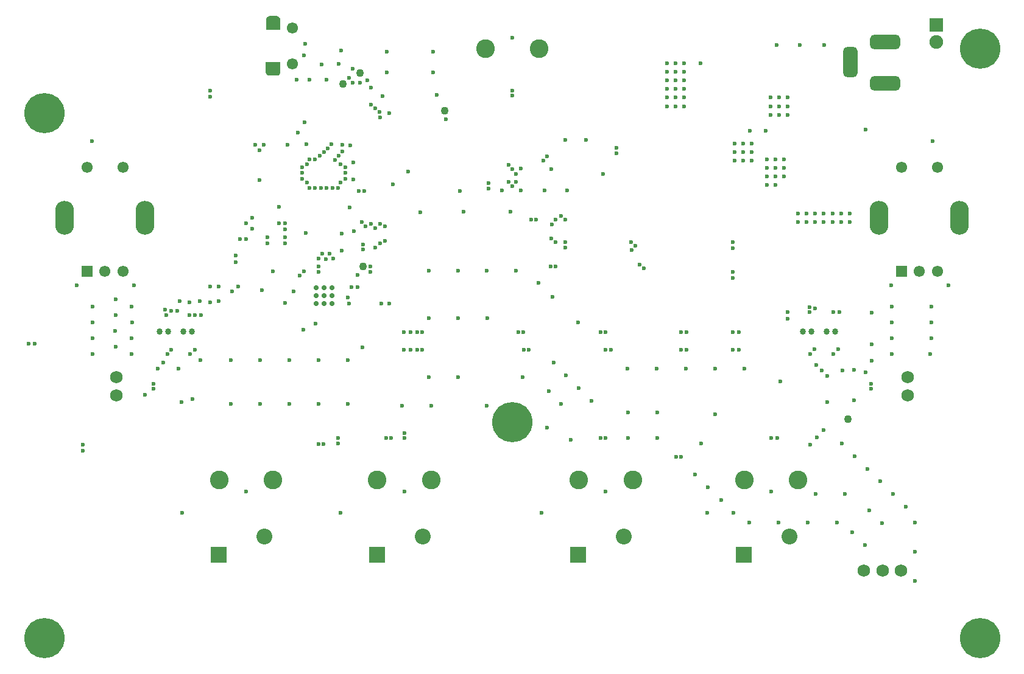
<source format=gbs>
G04*
G04 #@! TF.GenerationSoftware,Altium Limited,Altium Designer,24.5.2 (23)*
G04*
G04 Layer_Color=16711935*
%FSLAX44Y44*%
%MOMM*%
G71*
G04*
G04 #@! TF.SameCoordinates,75C5DE1E-65E4-46FA-8C81-F02E573EC27C*
G04*
G04*
G04 #@! TF.FilePolarity,Negative*
G04*
G01*
G75*
%ADD72C,1.1000*%
G04:AMPARAMS|DCode=98|XSize=2.6mm|YSize=4.7mm|CornerRadius=1.3mm|HoleSize=0mm|Usage=FLASHONLY|Rotation=0.000|XOffset=0mm|YOffset=0mm|HoleType=Round|Shape=RoundedRectangle|*
%AMROUNDEDRECTD98*
21,1,2.6000,2.1000,0,0,0.0*
21,1,0.0000,4.7000,0,0,0.0*
1,1,2.6000,0.0000,-1.0500*
1,1,2.6000,0.0000,-1.0500*
1,1,2.6000,0.0000,1.0500*
1,1,2.6000,0.0000,1.0500*
%
%ADD98ROUNDEDRECTD98*%
%ADD99C,1.5500*%
%ADD100R,1.5500X1.5500*%
%ADD101C,1.7272*%
G04:AMPARAMS|DCode=102|XSize=4.2032mm|YSize=2.0032mm|CornerRadius=0.5516mm|HoleSize=0mm|Usage=FLASHONLY|Rotation=90.000|XOffset=0mm|YOffset=0mm|HoleType=Round|Shape=RoundedRectangle|*
%AMROUNDEDRECTD102*
21,1,4.2032,0.9000,0,0,90.0*
21,1,3.1000,2.0032,0,0,90.0*
1,1,1.1032,0.4500,1.5500*
1,1,1.1032,0.4500,-1.5500*
1,1,1.1032,-0.4500,-1.5500*
1,1,1.1032,-0.4500,1.5500*
%
%ADD102ROUNDEDRECTD102*%
G04:AMPARAMS|DCode=103|XSize=4.2032mm|YSize=2.0032mm|CornerRadius=0.5516mm|HoleSize=0mm|Usage=FLASHONLY|Rotation=0.000|XOffset=0mm|YOffset=0mm|HoleType=Round|Shape=RoundedRectangle|*
%AMROUNDEDRECTD103*
21,1,4.2032,0.9000,0,0,0.0*
21,1,3.1000,2.0032,0,0,0.0*
1,1,1.1032,1.5500,-0.4500*
1,1,1.1032,-1.5500,-0.4500*
1,1,1.1032,-1.5500,0.4500*
1,1,1.1032,1.5500,0.4500*
%
%ADD103ROUNDEDRECTD103*%
%ADD104C,1.9032*%
%ADD105R,1.9032X1.9032*%
%ADD106C,2.2032*%
%ADD107R,2.2032X2.2032*%
%ADD108C,0.6000*%
%ADD109C,0.7032*%
%ADD110C,2.6000*%
%ADD111C,5.6000*%
%ADD132C,0.8632*%
G36*
X372251Y915502D02*
X372742Y915502D01*
X372743D01*
D01*
X372840Y915493D01*
X373806Y915301D01*
X373901Y915272D01*
X373901Y915272D01*
X374811Y914895D01*
X374897Y914849D01*
X375716Y914302D01*
X375716Y914302D01*
X375793Y914239D01*
X376489Y913543D01*
X376489Y913543D01*
X376552Y913466D01*
X377099Y912648D01*
X377099Y912647D01*
X377145Y912561D01*
X377522Y911651D01*
X377522Y911651D01*
X377551Y911556D01*
X377743Y910591D01*
X377743Y910591D01*
X377752Y910492D01*
Y910000D01*
X377752Y897000D01*
X377743Y896902D01*
X377714Y896808D01*
X377668Y896721D01*
X377605Y896645D01*
X377529Y896582D01*
X377442Y896536D01*
X377348Y896507D01*
X377250Y896498D01*
X358250D01*
X358152Y896507D01*
X358058Y896536D01*
X357971Y896582D01*
X357895Y896645D01*
X357832Y896721D01*
X357786Y896808D01*
X357757Y896902D01*
X357748Y897000D01*
Y910250D01*
Y910718D01*
X357757Y910816D01*
X357940Y911733D01*
X357968Y911828D01*
X358326Y912692D01*
X358373Y912779D01*
X358893Y913557D01*
X358955Y913633D01*
X359617Y914295D01*
X359693Y914357D01*
X360471Y914877D01*
X360558Y914923D01*
X360558Y914924D01*
X361422Y915282D01*
X361516Y915310D01*
X362434Y915493D01*
X362532Y915502D01*
X372250D01*
X372251Y915502D01*
D02*
G37*
G36*
X377098Y851493D02*
X377192Y851464D01*
X377279Y851418D01*
X377355Y851355D01*
X377418Y851279D01*
X377464Y851192D01*
X377493Y851098D01*
X377502Y851000D01*
Y837750D01*
Y837282D01*
X377493Y837184D01*
X377310Y836266D01*
X377282Y836172D01*
X376924Y835308D01*
X376877Y835221D01*
X376357Y834443D01*
X376295Y834367D01*
X375633Y833705D01*
X375557Y833643D01*
X374779Y833123D01*
X374692Y833076D01*
X374692Y833076D01*
X373828Y832718D01*
X373733Y832690D01*
X372816Y832507D01*
X372718Y832498D01*
X363000D01*
X362999Y832498D01*
X362508Y832498D01*
X362508D01*
D01*
X362410Y832507D01*
X361443Y832699D01*
X361349Y832728D01*
X361349Y832728D01*
X360439Y833105D01*
X360353Y833151D01*
X359534Y833698D01*
X359534Y833699D01*
X359457Y833761D01*
X358761Y834457D01*
X358761Y834457D01*
X358699Y834534D01*
X358151Y835352D01*
X358151Y835352D01*
X358105Y835439D01*
X357728Y836349D01*
X357728Y836349D01*
X357699Y836443D01*
X357507Y837410D01*
X357507Y837410D01*
X357498Y837507D01*
Y838000D01*
X357498Y851000D01*
X357507Y851098D01*
X357536Y851192D01*
X357582Y851279D01*
X357645Y851355D01*
X357721Y851418D01*
X357808Y851464D01*
X357902Y851493D01*
X358000Y851502D01*
X377000D01*
X377098Y851493D01*
D02*
G37*
D72*
X465000Y820500D02*
D03*
X1166500Y354750D02*
D03*
X488665Y836390D02*
D03*
X606000Y784000D02*
D03*
X492500Y566500D02*
D03*
D98*
X190000Y635000D02*
D03*
X78000D02*
D03*
X1210000D02*
D03*
X1322000D02*
D03*
D99*
X159000Y560000D02*
D03*
X134000D02*
D03*
X159000Y705000D02*
D03*
X109000D02*
D03*
X394500Y849000D02*
D03*
Y899000D02*
D03*
X1241000Y705000D02*
D03*
X1291000D02*
D03*
X1266000Y560000D02*
D03*
X1291000D02*
D03*
D100*
X109000D02*
D03*
X1241000D02*
D03*
D101*
X150000Y387250D02*
D03*
Y412750D02*
D03*
X1250000Y387250D02*
D03*
Y412750D02*
D03*
X1240000Y143500D02*
D03*
X1189000D02*
D03*
X1214500D02*
D03*
D102*
X1170000Y851500D02*
D03*
D103*
X1218000Y879500D02*
D03*
Y821500D02*
D03*
D104*
X1289000Y879000D02*
D03*
D105*
Y903000D02*
D03*
D106*
X1085400Y190800D02*
D03*
X575400D02*
D03*
X355400D02*
D03*
X855400D02*
D03*
D107*
X1021900Y165400D02*
D03*
X511900D02*
D03*
X291900D02*
D03*
X791900D02*
D03*
D108*
X443500Y731250D02*
D03*
X438250Y726000D02*
D03*
X201500Y403500D02*
D03*
Y396500D02*
D03*
X258750Y499500D02*
D03*
X219356Y499553D02*
D03*
X251750Y499500D02*
D03*
X412500Y877000D02*
D03*
X220750Y444750D02*
D03*
X479250Y688000D02*
D03*
X475250Y735250D02*
D03*
X431000Y559250D02*
D03*
X473500Y829250D02*
D03*
X478500Y822750D02*
D03*
X488500D02*
D03*
X1121250Y508250D02*
D03*
X436000Y584750D02*
D03*
X446000D02*
D03*
X451000Y578000D02*
D03*
X431000D02*
D03*
X441000Y577500D02*
D03*
X1199250Y403500D02*
D03*
Y396500D02*
D03*
X448750Y736750D02*
D03*
X1113750Y445000D02*
D03*
X607500Y772000D02*
D03*
X1282250Y467000D02*
D03*
Y489000D02*
D03*
Y511000D02*
D03*
X116750Y445000D02*
D03*
X117000Y489000D02*
D03*
X116500Y467000D02*
D03*
X116750Y511000D02*
D03*
X1227750Y467000D02*
D03*
Y489000D02*
D03*
X1227500Y445000D02*
D03*
X1227750Y511000D02*
D03*
X171250Y445000D02*
D03*
X148750Y455000D02*
D03*
X171500Y489000D02*
D03*
X149000Y499000D02*
D03*
X171000Y467000D02*
D03*
X148500Y477000D02*
D03*
X171250Y511000D02*
D03*
X149000Y521250D02*
D03*
X1068000Y875250D02*
D03*
X1100000D02*
D03*
X1134000D02*
D03*
X700000Y885500D02*
D03*
X1259500Y129500D02*
D03*
Y170000D02*
D03*
Y210500D02*
D03*
X1132500Y339500D02*
D03*
X1113750Y318500D02*
D03*
X1247250Y232750D02*
D03*
X1229500Y250250D02*
D03*
X1211750Y267750D02*
D03*
X1194000Y285250D02*
D03*
X1176250Y302750D02*
D03*
X1158500Y320250D02*
D03*
X1007750Y224250D02*
D03*
X990250Y242000D02*
D03*
X971500Y259750D02*
D03*
X954000Y277500D02*
D03*
X1172750Y197250D02*
D03*
X1190250Y179500D02*
D03*
X1151250Y210250D02*
D03*
X1110750D02*
D03*
X1029750D02*
D03*
X1070250D02*
D03*
X901250Y328000D02*
D03*
X860750D02*
D03*
X781250Y326000D02*
D03*
X748250Y342750D02*
D03*
X664500Y373250D02*
D03*
X587500D02*
D03*
X547000D02*
D03*
X471250Y375250D02*
D03*
X430750D02*
D03*
X349750D02*
D03*
X390250D02*
D03*
X309250D02*
D03*
X1214000Y209750D02*
D03*
X1196500Y227500D02*
D03*
X1162250Y250000D02*
D03*
X1121750D02*
D03*
X963000Y320750D02*
D03*
X768250Y375500D02*
D03*
X750750Y393250D02*
D03*
X714750Y412750D02*
D03*
X624750D02*
D03*
X584250D02*
D03*
X757500Y432750D02*
D03*
X775000Y415000D02*
D03*
X792500Y397250D02*
D03*
X810000Y379500D02*
D03*
X982250Y361000D02*
D03*
X901250Y363500D02*
D03*
X860750D02*
D03*
X665250Y495000D02*
D03*
X624750D02*
D03*
X584250D02*
D03*
X1022500Y425000D02*
D03*
X792000Y489000D02*
D03*
X756250Y524500D02*
D03*
X736750Y544000D02*
D03*
X860500Y425000D02*
D03*
X901000D02*
D03*
X941500D02*
D03*
X982000D02*
D03*
X584000Y561250D02*
D03*
X624500D02*
D03*
X665000D02*
D03*
X705500D02*
D03*
X266500Y436750D02*
D03*
X491500Y454500D02*
D03*
X471250Y436750D02*
D03*
X430750D02*
D03*
X390250D02*
D03*
X349750D02*
D03*
X309250D02*
D03*
X533871Y681383D02*
D03*
X555000Y699000D02*
D03*
X632750Y642750D02*
D03*
X697750D02*
D03*
X748500Y720000D02*
D03*
X711750Y702895D02*
D03*
X700000Y804750D02*
D03*
X845250Y724750D02*
D03*
X755500Y625750D02*
D03*
X767750Y637000D02*
D03*
X754500Y605750D02*
D03*
X733250Y632000D02*
D03*
X773750Y593500D02*
D03*
X753250Y566500D02*
D03*
X866250Y590000D02*
D03*
X882750Y564750D02*
D03*
X1006500Y592250D02*
D03*
X1006250Y551000D02*
D03*
X1083000Y494500D02*
D03*
X1113000Y510000D02*
D03*
X1154500Y503000D02*
D03*
X280500Y539000D02*
D03*
X575250Y450750D02*
D03*
Y475750D02*
D03*
X723250Y450750D02*
D03*
X708625Y475625D02*
D03*
X822750Y475750D02*
D03*
X837250Y450750D02*
D03*
X942250D02*
D03*
Y475750D02*
D03*
X1014750D02*
D03*
Y450750D02*
D03*
X1068500Y328000D02*
D03*
X927750Y301500D02*
D03*
X822750Y328000D02*
D03*
X550000Y335250D02*
D03*
X524750Y328000D02*
D03*
X430750Y320000D02*
D03*
X458000Y320750D02*
D03*
X103250Y310000D02*
D03*
X36500Y459000D02*
D03*
X217750Y507000D02*
D03*
X267250Y499500D02*
D03*
X234250Y505500D02*
D03*
X237750Y519000D02*
D03*
X265750D02*
D03*
X292000D02*
D03*
X311000Y532000D02*
D03*
X315750Y581750D02*
D03*
X431000Y566500D02*
D03*
X503250Y559500D02*
D03*
X492750Y590500D02*
D03*
Y597750D02*
D03*
X523295Y602163D02*
D03*
Y622837D02*
D03*
X491250Y629000D02*
D03*
X496163Y622837D02*
D03*
X486750Y672000D02*
D03*
X384500Y627250D02*
D03*
X384000Y599000D02*
D03*
X360000Y599250D02*
D03*
X339020Y619270D02*
D03*
X321500Y605000D02*
D03*
X474250Y649000D02*
D03*
X339020Y634730D02*
D03*
X349000Y687000D02*
D03*
Y728500D02*
D03*
X280500Y811500D02*
D03*
X435500Y847750D02*
D03*
X462520Y867520D02*
D03*
X499000Y825750D02*
D03*
X478000Y842000D02*
D03*
X876750Y569750D02*
D03*
X871250Y596000D02*
D03*
X411000Y861000D02*
D03*
X400000Y827000D02*
D03*
X1006500Y600750D02*
D03*
X1006250Y559500D02*
D03*
X865250Y600750D02*
D03*
X384250Y618750D02*
D03*
X458000Y328000D02*
D03*
X532000D02*
D03*
X413000Y613750D02*
D03*
X463000Y589000D02*
D03*
X568000Y450750D02*
D03*
Y475750D02*
D03*
X558500Y450750D02*
D03*
Y475750D02*
D03*
X549250Y450750D02*
D03*
Y475750D02*
D03*
X509750Y620000D02*
D03*
X516000Y599000D02*
D03*
X509750Y592750D02*
D03*
X503250Y566750D02*
D03*
X503458Y626000D02*
D03*
X516000D02*
D03*
X480250Y615750D02*
D03*
X352500Y534000D02*
D03*
X318750Y539000D02*
D03*
X292000D02*
D03*
X280500Y803000D02*
D03*
Y517250D02*
D03*
X251750D02*
D03*
X315750Y573250D02*
D03*
X330000Y627000D02*
D03*
Y605000D02*
D03*
X375750Y626750D02*
D03*
X360000Y607750D02*
D03*
X384000Y607500D02*
D03*
X935000Y301500D02*
D03*
X1123250Y329000D02*
D03*
X1200000Y436000D02*
D03*
Y458250D02*
D03*
Y502250D02*
D03*
X773750Y600750D02*
D03*
Y632000D02*
D03*
X743500Y714000D02*
D03*
X760500Y566500D02*
D03*
Y600750D02*
D03*
Y631750D02*
D03*
X726000Y632000D02*
D03*
X935000Y475750D02*
D03*
Y450750D02*
D03*
X845250Y732000D02*
D03*
X716000Y450750D02*
D03*
X715750Y475750D02*
D03*
X830000D02*
D03*
X1006250Y450750D02*
D03*
Y475750D02*
D03*
X830000Y450750D02*
D03*
X103250Y318500D02*
D03*
X330000Y254000D02*
D03*
X774000Y743000D02*
D03*
X526000Y866000D02*
D03*
X590000D02*
D03*
X256000Y382250D02*
D03*
X240000Y378500D02*
D03*
X252282Y444894D02*
D03*
X258750Y451297D02*
D03*
X214750Y432750D02*
D03*
X225750Y451297D02*
D03*
X225847Y505500D02*
D03*
X1158750Y422000D02*
D03*
X1122250Y429950D02*
D03*
X1119750Y452000D02*
D03*
X1138000Y414250D02*
D03*
X190000Y388000D02*
D03*
X572000Y642000D02*
D03*
X464000Y736000D02*
D03*
X1059000Y802000D02*
D03*
X1071000D02*
D03*
X1083000D02*
D03*
X1059000Y790000D02*
D03*
X1071000D02*
D03*
X1083000D02*
D03*
Y778000D02*
D03*
X1071000D02*
D03*
X1059000D02*
D03*
X826000Y696000D02*
D03*
X927000Y850000D02*
D03*
X915000D02*
D03*
X939000D02*
D03*
Y838000D02*
D03*
X915000D02*
D03*
X927000D02*
D03*
X1054000Y680000D02*
D03*
X1066000D02*
D03*
X915000Y790000D02*
D03*
X927000D02*
D03*
X939000D02*
D03*
Y802000D02*
D03*
X927000D02*
D03*
X915000D02*
D03*
X927000Y826000D02*
D03*
X915000D02*
D03*
X939000D02*
D03*
X915000Y814000D02*
D03*
X927000D02*
D03*
X939000D02*
D03*
X1033000Y726000D02*
D03*
X1021000D02*
D03*
X1009000D02*
D03*
X1033000Y738000D02*
D03*
X1009000D02*
D03*
X1021000D02*
D03*
X1009000Y714000D02*
D03*
X1021000D02*
D03*
X1033000D02*
D03*
X1078000Y692000D02*
D03*
X1066000D02*
D03*
X1054000D02*
D03*
X1066000Y716000D02*
D03*
X1054000D02*
D03*
X1078000D02*
D03*
X1054000Y704000D02*
D03*
X1066000D02*
D03*
X1078000D02*
D03*
X1169117Y628398D02*
D03*
X1157117D02*
D03*
X1145117D02*
D03*
X1133117D02*
D03*
X1121117D02*
D03*
X1109117D02*
D03*
X1097117D02*
D03*
X1169117Y640398D02*
D03*
X1157117D02*
D03*
X1145117D02*
D03*
X1133117D02*
D03*
X1121117D02*
D03*
X1097117D02*
D03*
X1109117D02*
D03*
X1175000Y423000D02*
D03*
Y381000D02*
D03*
X438000Y320000D02*
D03*
X1073000Y407000D02*
D03*
X529000Y515000D02*
D03*
X518000D02*
D03*
X473259Y514891D02*
D03*
X471494Y523373D02*
D03*
X1191000Y420000D02*
D03*
X1130100Y422100D02*
D03*
X1138000Y378000D02*
D03*
X494000Y672000D02*
D03*
X705000Y685000D02*
D03*
Y696000D02*
D03*
X700000Y679000D02*
D03*
Y702000D02*
D03*
X695000Y708000D02*
D03*
Y685000D02*
D03*
X411642Y767450D02*
D03*
X516000Y774000D02*
D03*
X515959Y782242D02*
D03*
X509706Y787290D02*
D03*
X503458Y792404D02*
D03*
X520000Y804000D02*
D03*
X1060000Y328000D02*
D03*
X830000D02*
D03*
X550000D02*
D03*
X28000Y459000D02*
D03*
X700000Y812000D02*
D03*
X207000Y425000D02*
D03*
X236000D02*
D03*
X376000Y650000D02*
D03*
X1146266Y444911D02*
D03*
X1281000Y445000D02*
D03*
X1083000Y503000D02*
D03*
X1146000D02*
D03*
X1113000D02*
D03*
X458517Y848869D02*
D03*
X529000Y780000D02*
D03*
X454000Y715000D02*
D03*
X464000Y727000D02*
D03*
X459000Y721000D02*
D03*
X433000D02*
D03*
X485000Y538000D02*
D03*
X1153000Y452000D02*
D03*
X396000Y532000D02*
D03*
X367000Y560000D02*
D03*
X411000D02*
D03*
X477000Y538000D02*
D03*
X1052000Y756000D02*
D03*
X1306000Y541000D02*
D03*
X1227000D02*
D03*
X1284000Y741000D02*
D03*
X971000Y224000D02*
D03*
X1060000Y254000D02*
D03*
X830000D02*
D03*
X741000Y224000D02*
D03*
X550000Y254000D02*
D03*
X461000Y224000D02*
D03*
X241000D02*
D03*
X116000Y741000D02*
D03*
X174000Y541000D02*
D03*
X95000D02*
D03*
X384000Y516000D02*
D03*
X427000Y487000D02*
D03*
X410000Y479000D02*
D03*
X485000Y555000D02*
D03*
X405000Y554000D02*
D03*
X463000Y613000D02*
D03*
X803000Y743000D02*
D03*
X754000Y702000D02*
D03*
X776000Y673000D02*
D03*
X745000D02*
D03*
X712000D02*
D03*
X686000D02*
D03*
X667000Y675000D02*
D03*
Y683000D02*
D03*
X627000Y672000D02*
D03*
X388000Y736000D02*
D03*
X343000D02*
D03*
X595000Y806000D02*
D03*
X590000Y837000D02*
D03*
X526000D02*
D03*
X442000Y827000D02*
D03*
X418000D02*
D03*
X504000Y816000D02*
D03*
X418000Y716000D02*
D03*
X426000D02*
D03*
X461000Y709000D02*
D03*
X415000D02*
D03*
X468000Y705000D02*
D03*
Y697000D02*
D03*
X408000Y705000D02*
D03*
Y697000D02*
D03*
X468000Y689000D02*
D03*
X408000D02*
D03*
X415000Y684000D02*
D03*
X418000Y676000D02*
D03*
X426000D02*
D03*
X434000D02*
D03*
X442000D02*
D03*
X450000D02*
D03*
X458000D02*
D03*
X461000Y684000D02*
D03*
X479250Y712000D02*
D03*
X355000Y736000D02*
D03*
X414000Y737000D02*
D03*
X402000Y753000D02*
D03*
X1191000Y757000D02*
D03*
X1030000Y756000D02*
D03*
X962000Y850000D02*
D03*
D109*
X427500Y537250D02*
D03*
X438500D02*
D03*
X449500D02*
D03*
X427500Y526250D02*
D03*
X438500D02*
D03*
X449500D02*
D03*
X427500Y515250D02*
D03*
X438500D02*
D03*
X449500D02*
D03*
D110*
X512500Y270000D02*
D03*
X587500D02*
D03*
X662500Y870000D02*
D03*
X737500D02*
D03*
X1097500Y270000D02*
D03*
X1022500D02*
D03*
X867500D02*
D03*
X792500D02*
D03*
X292500D02*
D03*
X367500D02*
D03*
D111*
X700000Y350000D02*
D03*
X1350000Y870000D02*
D03*
Y50000D02*
D03*
X50000Y780000D02*
D03*
Y50000D02*
D03*
D132*
X255000Y476000D02*
D03*
X243000D02*
D03*
X1149000D02*
D03*
X1137000D02*
D03*
X1116000D02*
D03*
X1104000D02*
D03*
X222000D02*
D03*
X210000D02*
D03*
M02*

</source>
